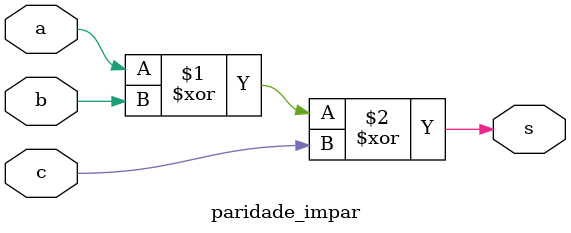
<source format=v>
module paridade_impar (a, b, c, s);
input a, b, c;
output s;

assign s = a ^ b ^ c;
endmodule
</source>
